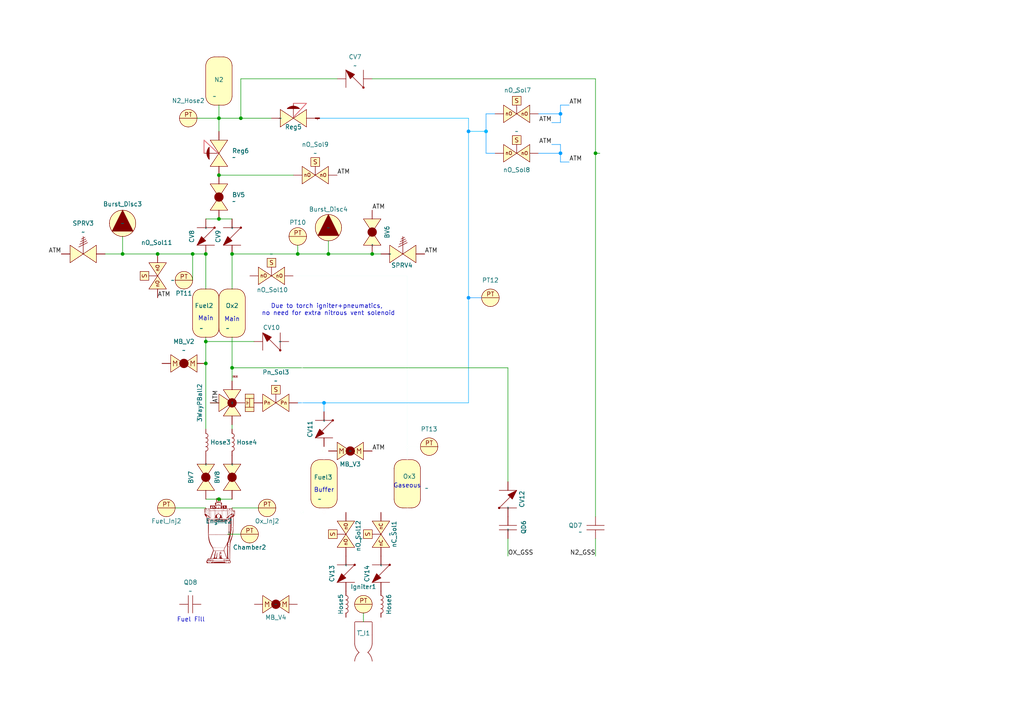
<source format=kicad_sch>
(kicad_sch (version 20250114) (generator "eeschema") (generator_version "9.0")
  (paper "A4")
  (lib_symbols
    (symbol "Analog_ADC:Torch_Igniter"
      (property "Reference" "T_I" (at -1.016 -0.254 0))
      (symbol "Torch_Igniter_1_1"
        (pin passive line (at -2.54 3.81 0) (length 0) (name "") (number ""))
        (pin passive line (at 2.54 3.81 180) (length 0) (name "") (number ""))
      )
    )
    (symbol "Ball_Valve_1"
      (property "Reference" "BV" (at 3.81 -4.318 0))
      (symbol "Ball_Valve_1_1_1"
        (pin passive line (at -2.54 0 0) (length 2.54) (name "") (number ""))
        (pin passive line (at 10.16 0 180) (length 2.54) (name "") (number ""))
      )
    )
    (symbol "Ball_Valve_2"
      (property "Reference" "BV" (at 3.81 -4.318 0))
      (symbol "Ball_Valve_2_1_1"
        (pin passive line (at -2.54 0 0) (length 2.54) (name "") (number ""))
        (pin passive line (at 10.16 0 180) (length 2.54) (name "") (number ""))
      )
    )
    (symbol "Ball_Valve_3"
      (property "Reference" "BV" (at 3.81 -4.318 0))
      (symbol "Ball_Valve_3_1_1"
        (pin passive line (at -2.54 0 0) (length 2.54) (name "") (number ""))
        (pin passive line (at 10.16 0 180) (length 2.54) (name "") (number ""))
      )
    )
    (symbol "Burst_Disc_1"
      (property "Reference" "Burst_Disc" (at 0 -5.334 0))
      (symbol "Burst_Disc_1_1_1"
        (pin passive line (at -3.81 0 0) (length 0) (name "") (number ""))
        (pin passive line (at 0 -3.81 90) (length 0) (name "") (number ""))
        (pin passive line (at 3.81 0 180) (length 0) (name "") (number ""))
      )
    )
    (symbol "Check_Valve_1"
      (property "Reference" "CV" (at 2.54 -4.064 0))
      (symbol "Check_Valve_1_1_1"
        (pin bidirectional line (at -2.54 0 0) (length 2.54) (name "") (number ""))
        (pin bidirectional line (at 7.62 0 180) (length 2.54) (name "") (number ""))
      )
    )
    (symbol "Check_Valve_2"
      (property "Reference" "CV" (at 2.54 -4.064 0))
      (symbol "Check_Valve_2_1_1"
        (pin bidirectional line (at -2.54 0 0) (length 2.54) (name "") (number ""))
        (pin bidirectional line (at 7.62 0 180) (length 2.54) (name "") (number ""))
      )
    )
    (symbol "Check_Valve_3"
      (property "Reference" "CV" (at 2.54 -4.064 0))
      (symbol "Check_Valve_3_1_1"
        (pin bidirectional line (at -2.54 0 0) (length 2.54) (name "") (number ""))
        (pin bidirectional line (at 7.62 0 180) (length 2.54) (name "") (number ""))
      )
    )
    (symbol "Check_Valve_4"
      (property "Reference" "CV" (at 2.54 -4.064 0))
      (symbol "Check_Valve_4_1_1"
        (pin bidirectional line (at -2.54 0 0) (length 2.54) (name "") (number ""))
        (pin bidirectional line (at 7.62 0 180) (length 2.54) (name "") (number ""))
      )
    )
    (symbol "Check_Valve_5"
      (property "Reference" "CV" (at 2.54 -4.064 0))
      (symbol "Check_Valve_5_1_1"
        (pin bidirectional line (at -2.54 0 0) (length 2.54) (name "") (number ""))
        (pin bidirectional line (at 7.62 0 180) (length 2.54) (name "") (number ""))
      )
    )
    (symbol "Check_Valve_6"
      (property "Reference" "CV" (at 2.54 -4.064 0))
      (symbol "Check_Valve_6_1_1"
        (pin bidirectional line (at -2.54 0 0) (length 2.54) (name "") (number ""))
        (pin bidirectional line (at 7.62 0 180) (length 2.54) (name "") (number ""))
      )
    )
    (symbol "Check_Valve_7"
      (property "Reference" "CV" (at 2.54 -4.064 0))
      (symbol "Check_Valve_7_1_1"
        (pin bidirectional line (at -2.54 0 0) (length 2.54) (name "") (number ""))
        (pin bidirectional line (at 7.62 0 180) (length 2.54) (name "") (number ""))
      )
    )
    (symbol "Device:Hose" (pin_numbers (hide yes)) (pin_names (offset 1.016) (hide yes))
      (property "Reference" "Hose" (at -1.27 0 90))
      (symbol "Hose_1_1"
        (pin passive line (at 0 3.81 270) (length 1.27) (name "1") (number "1"))
        (pin passive line (at 0 -3.81 90) (length 1.27) (name "2") (number "2"))
      )
    )
    (symbol "MBallValve_1"
      (property "Reference" "MB_V" (at 0 -3.81 0))
      (symbol "MBallValve_1_1_1"
        (pin passive line (at -6.35 0 0) (length 2.54) (name "") (number ""))
        (pin passive line (at 6.35 0 180) (length 2.54) (name "") (number ""))
      )
    )
    (symbol "MBallValve_2"
      (property "Reference" "MB_V" (at 0 -3.81 0))
      (symbol "MBallValve_2_1_1"
        (pin passive line (at -6.35 0 0) (length 2.54) (name "") (number ""))
        (pin passive line (at 6.35 0 180) (length 2.54) (name "") (number ""))
      )
    )
    (symbol "PID_symbols:3WayPmaticBall"
      (property "Reference" "3WayPBall" (at 0 -10.16 0))
      (symbol "3WayPmaticBall_1_1"
        (pin passive line (at -6.35 0 0) (length 2.54) (name "") (number ""))
        (pin passive line (at 0 6.35 180) (length 0) (name "") (number ""))
        (pin passive line (at 0 -6.35 90) (length 2.54) (name "") (number ""))
        (pin passive line (at 6.35 0 180) (length 2.54) (name "") (number ""))
      )
    )
    (symbol "PID_symbols:Ball_Valve"
      (property "Reference" "BV" (at 3.81 -4.318 0))
      (symbol "Ball_Valve_1_1"
        (pin passive line (at -2.54 0 0) (length 2.54) (name "") (number ""))
        (pin passive line (at 10.16 0 180) (length 2.54) (name "") (number ""))
      )
    )
    (symbol "PID_symbols:Burst_Disc"
      (property "Reference" "Burst_Disc" (at 0 -5.334 0))
      (symbol "Burst_Disc_1_1"
        (pin passive line (at -3.81 0 0) (length 0) (name "") (number ""))
        (pin passive line (at 0 -3.81 90) (length 0) (name "") (number ""))
        (pin passive line (at 3.81 0 180) (length 0) (name "") (number ""))
      )
    )
    (symbol "PID_symbols:Check_Valve"
      (property "Reference" "CV" (at 2.54 -4.064 0))
      (symbol "Check_Valve_1_1"
        (pin bidirectional line (at -2.54 0 0) (length 2.54) (name "") (number ""))
        (pin bidirectional line (at 7.62 0 180) (length 2.54) (name "") (number ""))
      )
    )
    (symbol "PID_symbols:Engine"
      (property "Reference" "Engine" (at 0 0 0))
      (symbol "Engine_1_1"
        (pin input line (at -3.81 3.81 0) (length 0) (name "") (number ""))
        (pin input line (at 0 6.35 0) (length 0) (name "") (number ""))
        (pin input line (at 3.81 3.81 0) (length 0) (name "") (number ""))
      )
    )
    (symbol "PID_symbols:MBallValve"
      (property "Reference" "MB_V" (at 0 -3.81 0))
      (symbol "MBallValve_1_1"
        (pin passive line (at -6.35 0 0) (length 2.54) (name "") (number ""))
        (pin passive line (at 6.35 0 180) (length 2.54) (name "") (number ""))
      )
    )
    (symbol "PID_symbols:Normally_Closed_Solenoid"
      (property "Reference" "nC_Sol" (at 0 -3.81 0))
      (symbol "Normally_Closed_Solenoid_1_1"
        (text "nC" (at -2.54 0 0) (effects (font (size 1 1))))
        (text "S\n" (at 0 3.81 0) (effects (font (size 1.27 1.27))))
        (text "nC" (at 2.286 0 0) (effects (font (size 1 1))))
        (pin passive line (at -6.35 0 0) (length 2.54) (name "") (number ""))
        (pin passive line (at 6.35 0 180) (length 2.54) (name "") (number ""))
      )
    )
    (symbol "PID_symbols:Pneumatic_Solenoid"
      (property "Reference" "Pn_Sol" (at 0 -3.81 0))
      (symbol "Pneumatic_Solenoid_1_1"
        (text "Pn" (at -2.54 0 0) (effects (font (size 1 1))))
        (text "S\n" (at 0 3.81 0) (effects (font (size 1.27 1.27))))
        (text "Pn" (at 2.286 0 0) (effects (font (size 1 1))))
        (pin passive line (at -6.35 0 0) (length 2.54) (name "") (number ""))
        (pin passive line (at 6.35 0 180) (length 2.54) (name "") (number ""))
      )
    )
    (symbol "PID_symbols:Pressure_Regulator"
      (property "Reference" "Reg" (at 3.81 -2.54 0))
      (symbol "Pressure_Regulator_1_1"
        (pin passive line (at -2.54 0 0) (length 2.54) (name "") (number ""))
        (pin passive line (at 10.16 0 180) (length 2.54) (name "") (number ""))
      )
    )
    (symbol "PID_symbols:Pressure_Transducer"
      (property "Reference" "PT" (at 0 -3.81 0))
      (symbol "Pressure_Transducer_1_1"
        (text "PT\n" (at 0 1.016 0) (effects (font (size 1.27 1.27))))
        (pin passive line (at -2.54 0 0) (length 0) (name "") (number ""))
        (pin passive line (at 0 -2.54 90) (length 0) (name "") (number ""))
        (pin passive line (at 2.54 0 180) (length 0) (name "") (number ""))
      )
    )
    (symbol "PID_symbols:Quick_Disconnect"
      (property "Reference" "QD" (at 0.762 -4.572 0))
      (symbol "Quick_Disconnect_1_1"
        (pin passive line (at -2.54 0 0) (length 2.54) (name "") (number ""))
        (pin passive line (at 3.81 0 180) (length 2.54) (name "") (number ""))
      )
    )
    (symbol "PID_symbols:SPRV"
      (property "Reference" "SPRV" (at 3.556 -3.302 0))
      (symbol "SPRV_1_1"
        (pin passive line (at -2.54 0 0) (length 2.54) (name "") (number ""))
        (pin passive line (at 10.16 0 180) (length 2.54) (name "") (number ""))
      )
    )
    (symbol "PID_symbols:Solenoid"
      (property "Reference" "nO_Sol" (at 3.81 -3.81 0))
      (symbol "Solenoid_1_1"
        (text "nO\n\n" (at 1.524 -0.762 0) (effects (font (size 1 1))))
        (text "S\n" (at 3.81 3.81 0) (effects (font (size 1.27 1.27))))
        (text "nO" (at 6.096 0 0) (effects (font (size 1 1))))
        (pin passive line (at -2.54 0 0) (length 2.54) (name "") (number ""))
        (pin passive line (at 10.16 0 180) (length 2.54) (name "") (number ""))
      )
    )
    (symbol "PID_symbols:Stop" (on_board no)
      (symbol "Stop_1_1"
        (unit_name "top")
        (pin input line (at -1.27 0 0) (length 0) (name "") (number ""))
        (pin output line (at 0 0 180) (length 0) (name "") (number ""))
      )
      (symbol "Stop_2_1"
        (unit_name "bottom")
        (pin input line (at -1.27 0 0) (length 0) (name "") (number ""))
        (pin output line (at 0 0 180) (length 0) (name "") (number ""))
      )
    )
    (symbol "PID_symbols:Tank"
      (property "Reference" "T" (at 6.35 5.08 0))
      (symbol "Tank_1_1"
        (pin passive line (at 1.27 11.43 270) (length 0) (name "") (number ""))
        (pin passive line (at 1.27 -2.54 90) (length 0) (name "") (number ""))
      )
    )
    (symbol "Pressure_Regulator_1"
      (property "Reference" "Reg" (at 3.81 -2.54 0))
      (symbol "Pressure_Regulator_1_1_1"
        (pin passive line (at -2.54 0 0) (length 2.54) (name "") (number ""))
        (pin passive line (at 10.16 0 180) (length 2.54) (name "") (number ""))
      )
    )
    (symbol "Pressure_Transducer_1"
      (property "Reference" "PT" (at 0 -3.81 0))
      (symbol "Pressure_Transducer_1_1_1"
        (text "PT\n" (at 0 1.016 0) (effects (font (size 1.27 1.27))))
        (pin passive line (at -2.54 0 0) (length 0) (name "") (number ""))
        (pin passive line (at 0 -2.54 90) (length 0) (name "") (number ""))
        (pin passive line (at 2.54 0 180) (length 0) (name "") (number ""))
      )
    )
    (symbol "Pressure_Transducer_2"
      (property "Reference" "PT" (at 0 -3.81 0))
      (symbol "Pressure_Transducer_2_1_1"
        (text "PT\n" (at 0 1.016 0) (effects (font (size 1.27 1.27))))
        (pin passive line (at -2.54 0 0) (length 0) (name "") (number ""))
        (pin passive line (at 0 -2.54 90) (length 0) (name "") (number ""))
        (pin passive line (at 2.54 0 180) (length 0) (name "") (number ""))
      )
    )
    (symbol "Pressure_Transducer_3"
      (property "Reference" "PT" (at 0 -3.81 0))
      (symbol "Pressure_Transducer_3_1_1"
        (text "PT\n" (at 0 1.016 0) (effects (font (size 1.27 1.27))))
        (pin passive line (at -2.54 0 0) (length 0) (name "") (number ""))
        (pin passive line (at 0 -2.54 90) (length 0) (name "") (number ""))
        (pin passive line (at 2.54 0 180) (length 0) (name "") (number ""))
      )
    )
    (symbol "Pressure_Transducer_4"
      (property "Reference" "PT" (at 0 -3.81 0))
      (symbol "Pressure_Transducer_4_1_1"
        (text "PT\n" (at 0 1.016 0) (effects (font (size 1.27 1.27))))
        (pin passive line (at -2.54 0 0) (length 0) (name "") (number ""))
        (pin passive line (at 0 -2.54 90) (length 0) (name "") (number ""))
        (pin passive line (at 2.54 0 180) (length 0) (name "") (number ""))
      )
    )
    (symbol "Pressure_Transducer_5"
      (property "Reference" "PT" (at 0 -3.81 0))
      (symbol "Pressure_Transducer_5_1_1"
        (text "PT\n" (at 0 1.016 0) (effects (font (size 1.27 1.27))))
        (pin passive line (at -2.54 0 0) (length 0) (name "") (number ""))
        (pin passive line (at 0 -2.54 90) (length 0) (name "") (number ""))
        (pin passive line (at 2.54 0 180) (length 0) (name "") (number ""))
      )
    )
    (symbol "Pressure_Transducer_6"
      (property "Reference" "PT" (at 0 -3.81 0))
      (symbol "Pressure_Transducer_6_1_1"
        (text "PT\n" (at 0 1.016 0) (effects (font (size 1.27 1.27))))
        (pin passive line (at -2.54 0 0) (length 0) (name "") (number ""))
        (pin passive line (at 0 -2.54 90) (length 0) (name "") (number ""))
        (pin passive line (at 2.54 0 180) (length 0) (name "") (number ""))
      )
    )
    (symbol "Pressure_Transducer_7"
      (property "Reference" "PT" (at 0 -3.81 0))
      (symbol "Pressure_Transducer_7_1_1"
        (text "PT\n" (at 0 1.016 0) (effects (font (size 1.27 1.27))))
        (pin passive line (at -2.54 0 0) (length 0) (name "") (number ""))
        (pin passive line (at 0 -2.54 90) (length 0) (name "") (number ""))
        (pin passive line (at 2.54 0 180) (length 0) (name "") (number ""))
      )
    )
    (symbol "Pressure_Transducer_8"
      (property "Reference" "PT" (at 0 -3.81 0))
      (symbol "Pressure_Transducer_8_1_1"
        (text "PT\n" (at 0 1.016 0) (effects (font (size 1.27 1.27))))
        (pin passive line (at -2.54 0 0) (length 0) (name "") (number ""))
        (pin passive line (at 0 -2.54 90) (length 0) (name "") (number ""))
        (pin passive line (at 2.54 0 180) (length 0) (name "") (number ""))
      )
    )
    (symbol "Quick_Disconnect_1"
      (property "Reference" "QD" (at 0.762 -4.572 0))
      (symbol "Quick_Disconnect_1_1_1"
        (pin passive line (at -2.54 0 0) (length 2.54) (name "") (number ""))
        (pin passive line (at 3.81 0 180) (length 2.54) (name "") (number ""))
      )
    )
    (symbol "Quick_Disconnect_2"
      (property "Reference" "QD" (at 0.762 -4.572 0))
      (symbol "Quick_Disconnect_2_1_1"
        (pin passive line (at -2.54 0 0) (length 2.54) (name "") (number ""))
        (pin passive line (at 3.81 0 180) (length 2.54) (name "") (number ""))
      )
    )
    (symbol "SPRV_1"
      (property "Reference" "SPRV" (at 3.556 -3.302 0))
      (symbol "SPRV_1_1_1"
        (pin passive line (at -2.54 0 0) (length 2.54) (name "") (number ""))
        (pin passive line (at 10.16 0 180) (length 2.54) (name "") (number ""))
      )
    )
    (symbol "Tank_1"
      (property "Reference" "T" (at 6.35 5.08 0))
      (symbol "Tank_1_1_1"
        (pin passive line (at 1.27 11.43 270) (length 0) (name "") (number ""))
        (pin passive line (at 1.27 -2.54 90) (length 0) (name "") (number ""))
      )
    )
    (symbol "Tank_2"
      (property "Reference" "T" (at 6.35 5.08 0))
      (symbol "Tank_2_1_1"
        (pin passive line (at 1.27 11.43 270) (length 0) (name "") (number ""))
        (pin passive line (at 1.27 -2.54 90) (length 0) (name "") (number ""))
      )
    )
    (symbol "Tank_3"
      (property "Reference" "T" (at 6.35 5.08 0))
      (symbol "Tank_3_1_1"
        (pin passive line (at 1.27 11.43 270) (length 0) (name "") (number ""))
        (pin passive line (at 1.27 -2.54 90) (length 0) (name "") (number ""))
      )
    )
    (symbol "Tank_4"
      (property "Reference" "T" (at 6.35 5.08 0))
      (symbol "Tank_4_1_1"
        (pin passive line (at 1.27 11.43 270) (length 0) (name "") (number ""))
        (pin passive line (at 1.27 -2.54 90) (length 0) (name "") (number ""))
      )
    )
  )
  (text "Gaseous" (at 118.11 140.97 0) (effects (font (size 1.27 1.27))))
  (text "Main" (at 59.69 92.456 0) (effects (font (size 1.27 1.27))))
  (text "Main" (at 67.31 92.71 0) (effects (font (size 1.27 1.27))))
  (text "Fuel Fill\n" (at 55.372 179.832 0) (effects (font (size 1.27 1.27))))
  (text "Buffer" (at 93.98 142.24 0) (effects (font (size 1.27 1.27))))
  (text "Due to torch igniter+pneumatics, \nno need for extra nitrous vent solenoid\n" (at 95.25 89.916 0) (effects (font (size 1.27 1.27))))
  (junction (at 135.89 38.1) (color 3 157 255 1))
  (junction (at 59.69 105.41))
  (junction (at 162.56 33.02) (color 0 152 255 1))
  (junction (at 69.85 34.29))
  (junction (at 63.5 144.78))
  (junction (at 55.88 73.66))
  (junction (at 162.56 44.45) (color 0 152 255 1))
  (junction (at 140.97 38.1) (color 0 176 255 1))
  (junction (at 118.11 129.54) (color 251 255 253 1))
  (junction (at 135.89 86.36) (color 12 151 255 1))
  (junction (at 67.31 106.68))
  (junction (at 35.56 73.66))
  (junction (at 93.98 148.59) (color 255 253 253 1))
  (junction (at 93.98 116.84) (color 2 159 255 1))
  (junction (at 93.98 130.81) (color 252 255 249 1))
  (junction (at 63.5 50.8))
  (junction (at 87.63 148.59) (color 251 255 253 1))
  (junction (at 63.5 34.29))
  (junction (at 59.69 99.06))
  (junction (at 63.5 63.5))
  (junction (at 59.69 73.66))
  (junction (at 86.36 73.66))
  (junction (at 172.72 44.45))
  (junction (at 67.31 73.66))
  (junction (at 45.72 73.66))
  (junction (at 107.95 73.66))
  (junction (at 95.25 73.66))
  (wire (pts (xy 69.85 34.29) (xy 78.74 34.29)))
  (wire (pts (xy 83.82 99.06) (xy 87.63 99.06)) (stroke (width 0) (color 255 255 255 1)))
  (wire (pts (xy 93.98 147.32) (xy 93.98 148.59)) (stroke (width 0) (color 255 255 255 1)))
  (wire (pts (xy 156.21 33.02) (xy 162.56 33.02)) (stroke (width 0) (color 0 152 255 1)))
  (wire (pts (xy 135.89 38.1) (xy 140.97 38.1)) (stroke (width 0) (color 0 187 255 1)))
  (wire (pts (xy 69.85 34.29) (xy 69.85 22.86)))
  (wire (pts (xy 93.98 116.84) (xy 135.89 116.84)) (stroke (width 0) (color 14 175 255 1)))
  (wire (pts (xy 59.69 99.06) (xy 59.69 105.41)))
  (wire (pts (xy 110.49 180.34) (xy 107.95 180.34)) (stroke (width 0) (color 255 253 253 1)))
  (wire (pts (xy 118.11 147.32) (xy 118.11 148.59)) (stroke (width 0) (color 255 253 253 1)))
  (wire (pts (xy 30.48 73.66) (xy 35.56 73.66)))
  (wire (pts (xy 162.56 41.91) (xy 160.02 41.91)) (stroke (width 0) (color 0 152 255 1)))
  (wire (pts (xy 67.31 144.78) (xy 63.5 144.78)))
  (wire (pts (xy 35.56 68.58) (xy 35.56 73.66)))
  (wire (pts (xy 135.89 86.36) (xy 135.89 116.84)) (stroke (width 0) (color 14 175 255 1)))
  (wire (pts (xy 59.69 144.78) (xy 63.5 144.78)))
  (wire (pts (xy 162.56 35.56) (xy 162.56 33.02)) (stroke (width 0) (color 0 152 255 1)))
  (wire (pts (xy 93.98 129.54) (xy 93.98 130.81)) (stroke (width 0) (color 255 255 255 1)))
  (wire (pts (xy 92.71 34.29) (xy 106.68 34.29)) (stroke (width 0) (color 14 175 255 1)))
  (wire (pts (xy 140.97 38.1) (xy 140.97 44.45)) (stroke (width 0) (color 2 153 255 1)))
  (wire (pts (xy 87.63 148.59) (xy 93.98 148.59)) (stroke (width 0) (color 255 255 255 1)))
  (wire (pts (xy 100.33 148.59) (xy 93.98 148.59)) (stroke (width 0) (color 255 255 255 1)))
  (wire (pts (xy 172.72 22.86) (xy 172.72 44.45)))
  (wire (pts (xy 107.95 22.86) (xy 172.72 22.86)))
  (wire (pts (xy 143.51 44.45) (xy 140.97 44.45)) (stroke (width 0) (color 2 153 255 1)))
  (wire (pts (xy 86.36 116.84) (xy 93.98 116.84)) (stroke (width 0) (color 0 163 255 1)))
  (wire (pts (xy 86.36 73.66) (xy 95.25 73.66)))
  (wire (pts (xy 67.31 73.66) (xy 86.36 73.66)))
  (wire (pts (xy 140.97 33.02) (xy 143.51 33.02)) (stroke (width 0) (color 2 153 255 1)))
  (wire (pts (xy 87.63 175.26) (xy 86.36 175.26)) (stroke (width 0) (color 255 255 255 1)))
  (wire (pts (xy 162.56 30.48) (xy 162.56 33.02)) (stroke (width 0) (color 0 152 255 1)))
  (wire (pts (xy 59.69 97.79) (xy 59.69 99.06)))
  (wire (pts (xy 86.36 71.12) (xy 86.36 73.66)))
  (wire (pts (xy 67.31 147.32) (xy 74.93 147.32)))
  (wire (pts (xy 63.5 116.84) (xy 60.96 116.84)))
  (wire (pts (xy 139.7 86.36) (xy 135.89 86.36)) (stroke (width 0) (color 12 151 255 1)))
  (wire (pts (xy 118.11 129.54) (xy 118.11 133.35)) (stroke (width 0) (color 245 255 253 1)))
  (wire (pts (xy 67.31 106.68) (xy 67.31 110.49)))
  (wire (pts (xy 63.5 34.29) (xy 63.5 38.1)))
  (wire (pts (xy 147.32 106.68) (xy 147.32 139.7)))
  (wire (pts (xy 59.69 63.5) (xy 63.5 63.5)))
  (wire (pts (xy 55.88 73.66) (xy 55.88 81.28)))
  (wire (pts (xy 55.88 73.66) (xy 59.69 73.66)))
  (wire (pts (xy 63.5 50.8) (xy 85.09 50.8)))
  (wire (pts (xy 67.31 106.68) (xy 147.32 106.68)))
  (wire (pts (xy 106.68 34.29) (xy 135.89 34.29)) (stroke (width 0) (color 0 187 255 1)))
  (wire (pts (xy 85.09 80.01) (xy 118.11 80.01)) (stroke (width 0) (color 245 255 253 1)))
  (wire (pts (xy 67.31 73.66) (xy 67.31 83.82)))
  (wire (pts (xy 172.72 44.45) (xy 173.99 44.45)))
  (wire (pts (xy 162.56 44.45) (xy 162.56 41.91)) (stroke (width 0) (color 0 152 255 1)))
  (wire (pts (xy 87.63 148.59) (xy 87.63 175.26)) (stroke (width 0) (color 255 255 255 1)))
  (wire (pts (xy 57.15 34.29) (xy 63.5 34.29)))
  (wire (pts (xy 67.31 97.79) (xy 67.31 106.68)))
  (wire (pts (xy 162.56 46.99) (xy 162.56 44.45)) (stroke (width 0) (color 0 152 255 1)))
  (wire (pts (xy 59.69 73.66) (xy 59.69 83.82)))
  (wire (pts (xy 73.66 175.26) (xy 58.42 175.26)) (stroke (width 0) (color 255 255 255 1)))
  (wire (pts (xy 66.04 154.94) (xy 69.85 154.94)))
  (wire (pts (xy 95.25 69.85) (xy 95.25 73.66)))
  (wire (pts (xy 135.89 38.1) (xy 135.89 86.36)) (stroke (width 0) (color 14 175 255 1)))
  (wire (pts (xy 93.98 116.84) (xy 93.98 119.38)) (stroke (width 0) (color 14 175 255 1)))
  (wire (pts (xy 63.5 34.29) (xy 63.5 30.48)))
  (wire (pts (xy 45.72 73.66) (xy 55.88 73.66)))
  (wire (pts (xy 63.5 34.29) (xy 69.85 34.29)))
  (wire (pts (xy 147.32 161.29) (xy 147.32 156.21)))
  (wire (pts (xy 69.85 22.86) (xy 97.79 22.86)))
  (wire (pts (xy 172.72 44.45) (xy 172.72 149.86)))
  (wire (pts (xy 172.72 161.29) (xy 172.72 156.21)))
  (wire (pts (xy 140.97 33.02) (xy 140.97 38.1)) (stroke (width 0) (color 2 153 255 1)))
  (wire (pts (xy 63.5 63.5) (xy 67.31 63.5)))
  (wire (pts (xy 118.11 129.54) (xy 121.92 129.54)) (stroke (width 0) (color 251 255 253 1)))
  (wire (pts (xy 59.69 99.06) (xy 73.66 99.06)))
  (wire (pts (xy 118.11 148.59) (xy 110.49 148.59)) (stroke (width 0) (color 255 253 253 1)))
  (wire (pts (xy 59.69 105.41) (xy 59.69 124.46)))
  (wire (pts (xy 93.98 130.81) (xy 93.98 133.35)) (stroke (width 0) (color 255 255 255 1)))
  (wire (pts (xy 118.11 80.01) (xy 118.11 129.54)) (stroke (width 0) (color 245 255 253 1)))
  (wire (pts (xy 162.56 46.99) (xy 165.1 46.99)) (stroke (width 0) (color 0 152 255 1)))
  (wire (pts (xy 107.95 73.66) (xy 110.49 73.66)))
  (wire (pts (xy 135.89 34.29) (xy 135.89 38.1)) (stroke (width 0) (color 14 175 255 1)))
  (wire (pts (xy 68.58 80.01) (xy 68.58 83.82)) (stroke (width 0) (color 252 255 253 1)))
  (wire (pts (xy 160.02 35.56) (xy 162.56 35.56)) (stroke (width 0) (color 0 152 255 1)))
  (wire (pts (xy 105.41 177.8) (xy 105.41 180.34)))
  (wire (pts (xy 50.8 147.32) (xy 59.69 147.32)))
  (wire (pts (xy 67.31 124.46) (xy 67.31 123.19)))
  (wire (pts (xy 68.58 80.01) (xy 72.39 80.01)) (stroke (width 0) (color 252 255 253 1)))
  (wire (pts (xy 35.56 73.66) (xy 45.72 73.66)))
  (wire (pts (xy 87.63 99.06) (xy 87.63 148.59)) (stroke (width 0) (color 255 255 255 1)))
  (wire (pts (xy 95.25 130.81) (xy 93.98 130.81)) (stroke (width 0) (color 255 255 255 1)))
  (wire (pts (xy 95.25 73.66) (xy 107.95 73.66)))
  (wire (pts (xy 110.49 180.34) (xy 110.49 179.07)) (stroke (width 0) (color 255 253 253 1)))
  (wire (pts (xy 162.56 30.48) (xy 165.1 30.48)) (stroke (width 0) (color 0 152 255 1)))
  (wire (pts (xy 156.21 44.45) (xy 162.56 44.45)) (stroke (width 0) (color 0 152 255 1)))
  (wire (pts (xy 100.33 179.07) (xy 100.33 180.34)) (stroke (width 0) (color 255 253 253 1)))
  (wire (pts (xy 100.33 180.34) (xy 102.87 180.34)) (stroke (width 0) (color 255 253 253 1)))
  (label "." (at 66.04 154.94 0))
  (label "OX_GSS" (at 147.32 161.29 0))
  (label "ATM" (at 107.95 60.96 0))
  (label "ATM" (at 107.95 130.81 0))
  (label "ATM" (at 160.02 41.91 180))
  (label "ATM" (at 160.02 35.56 180))
  (label "." (at 105.41 180.34 0) (effects (font (size 0.0254 0.0254))))
  (label "ATM" (at 165.1 30.48 0))
  (label "ATM" (at 63.5 116.84 90))
  (label "ATM" (at 45.72 86.36 0))
  (label "ATM" (at 165.1 46.99 0))
  (label "ATM" (at 123.19 73.66 0))
  (label "N2_GSS" (at 172.72 161.29 180))
  (label "ATM" (at 97.79 50.8 0))
  (label "." (at 68.58 83.82 0) (effects (font (size 0.0254 0.0254))))
  (label "ATM" (at 17.78 73.66 180))
  (global_label "M1-2" (shape input) (at 67.31 109.22 0) (effects (font (size 0.254 0.254))) (property "Intersheetrefs" "${INTERSHEET_REFS}" (effects (hide yes))))
  (symbol (lib_id "PID_symbols:Ball_Valve") (at 107.95 71.12 90) (unit 1)
    (property "Reference" "BV6" (at 112.268 67.31 0))
    (property "Value" "~" (at 107.95 71.12 0))
  )
  (symbol (lib_name "Check_Valve_1") (lib_id "PID_symbols:Check_Valve") (at 93.98 121.92 270) (unit 1)
    (property "Reference" "CV11" (at 89.916 124.46 0))
    (property "Value" "~" (at 93.98 121.92 0))
  )
  (symbol (lib_id "PID_symbols:SPRV") (at 113.03 73.66 0) (unit 1)
    (property "Reference" "SPRV4" (at 116.586 76.962 0))
    (property "Value" "~" (at 113.03 73.66 0))
  )
  (symbol (lib_id "PID_symbols:MBallValve") (at 80.01 175.26 0) (unit 1)
    (property "Reference" "MB_V4" (at 80.01 179.07 0))
    (property "Value" "~" (at 80.01 175.26 0))
  )
  (symbol (lib_name "Check_Valve_2") (lib_id "PID_symbols:Check_Valve") (at 110.49 163.83 270) (unit 1)
    (property "Reference" "CV14" (at 106.426 166.37 0))
    (property "Value" "~" (at 110.49 163.83 0))
  )
  (symbol (lib_id "PID_symbols:Pressure_Regulator") (at 81.28 34.29 0) (unit 1)
    (property "Reference" "Reg5" (at 85.09 36.83 0))
    (property "Value" "~" (at 81.28 34.29 0))
    (property "Description" "Pressure Regulator" (effects (hide yes)))
  )
  (symbol (lib_name "Ball_Valve_1") (lib_id "PID_symbols:Ball_Valve") (at 67.31 134.62 270) (unit 1)
    (property "Reference" "BV8" (at 62.992 138.43 0))
    (property "Value" "~" (at 67.31 134.62 0))
  )
  (symbol (lib_id "PID_symbols:Tank") (at 92.71 144.78 0) (unit 1)
    (property "Reference" "Fuel3" (at 93.726 138.43 0))
    (property "Value" "~" (at 92.71 144.78 0))
  )
  (symbol (lib_name "Tank_1") (lib_id "PID_symbols:Tank") (at 58.42 95.25 0) (unit 1)
    (property "Reference" "Fuel2" (at 59.182 88.646 0))
    (property "Value" "~" (at 58.42 95.25 0))
  )
  (symbol (lib_id "Device:Hose") (at 100.33 175.26 0) (unit 1)
    (property "Reference" "Hose5" (at 98.806 175.26 90))
  )
  (symbol (lib_id "PID_symbols:Quick_Disconnect") (at 54.61 175.26 0) (unit 1)
    (property "Reference" "QD8" (at 55.245 168.91 0))
    (property "Value" "~" (at 55.245 171.45 0))
  )
  (symbol (lib_name "Tank_2") (lib_id "PID_symbols:Tank") (at 116.84 144.78 0) (unit 1)
    (property "Reference" "Ox3" (at 116.84 138.176 0) (effects (justify left)))
    (property "Value" "~" (at 123.19 141.605 0) (effects (justify left)))
  )
  (symbol (lib_name "Check_Valve_3") (lib_id "PID_symbols:Check_Valve") (at 100.33 163.83 270) (unit 1)
    (property "Reference" "CV13" (at 96.266 166.37 0))
    (property "Value" "~" (at 100.33 163.83 0))
  )
  (symbol (lib_id "PID_symbols:Pressure_Transducer") (at 86.36 68.58 0) (unit 1)
    (property "Reference" "PT10" (at 86.36 64.516 0))
  )
  (symbol (lib_id "PID_symbols:Solenoid") (at 87.63 50.8 0) (unit 1)
    (property "Reference" "nO_Sol9" (at 91.44 41.91 0))
    (property "Value" "~" (at 91.44 44.45 0))
  )
  (symbol (lib_id "PID_symbols:Burst_Disc") (at 35.56 64.77 0) (unit 1)
    (property "Reference" "Burst_Disc3" (at 35.56 59.182 0))
    (property "Value" "~" (at 35.56 64.77 0))
  )
  (symbol (lib_id "PID_symbols:Pneumatic_Solenoid") (at 80.01 116.84 0) (unit 1)
    (property "Reference" "Pn_Sol3" (at 80.01 107.95 0))
    (property "Value" "~" (at 80.01 110.49 0))
  )
  (symbol (lib_name "Quick_Disconnect_1") (lib_id "PID_symbols:Quick_Disconnect") (at 147.32 153.67 90) (unit 1)
    (property "Reference" "QD6" (at 151.892 152.908 0))
    (property "Value" "~" (at 147.32 153.67 0))
  )
  (symbol (lib_id "PID_symbols:Solenoid") (at 74.93 80.01 0) (unit 1)
    (property "Reference" "nO_Sol10" (at 78.994 84.074 0))
    (property "Value" "~" (at 78.74 73.66 0))
  )
  (symbol (lib_id "PID_symbols:Normally_Closed_Solenoid") (at 110.49 154.94 90) (unit 1)
    (property "Reference" "nC_Sol1" (at 114.3 154.94 0))
    (property "Value" "~" (at 113.03 154.94 0))
  )
  (symbol (lib_id "PID_symbols:Stop") (at 91.44 34.29 180) (unit 1) (on_board no)
    (property "Reference" "Stop2" (effects (hide yes)))
  )
  (symbol (lib_name "Pressure_Transducer_1") (lib_id "PID_symbols:Pressure_Transducer") (at 142.24 86.36 0) (unit 1)
    (property "Reference" "PT12" (at 142.24 81.28 0))
  )
  (symbol (lib_name "Pressure_Transducer_2") (lib_id "PID_symbols:Pressure_Transducer") (at 72.39 154.94 0) (unit 1)
    (property "Reference" "Chamber2" (at 72.39 158.75 0))
  )
  (symbol (lib_name "Pressure_Transducer_3") (lib_id "PID_symbols:Pressure_Transducer") (at 124.46 129.54 0) (unit 1)
    (property "Reference" "PT13" (at 124.46 124.46 0))
  )
  (symbol (lib_name "Tank_3") (lib_id "PID_symbols:Tank") (at 66.04 95.25 0) (unit 1)
    (property "Reference" "Ox2" (at 67.31 88.646 0))
    (property "Value" "~" (at 66.04 95.25 0))
  )
  (symbol (lib_name "Quick_Disconnect_2") (lib_id "PID_symbols:Quick_Disconnect") (at 172.72 153.67 90) (unit 1)
    (property "Reference" "QD7" (at 168.91 152.3999 90) (effects (justify left)))
    (property "Value" "~" (at 168.91 154.305 90) (effects (justify left)))
  )
  (symbol (lib_name "Pressure_Transducer_4") (lib_id "PID_symbols:Pressure_Transducer") (at 105.41 175.26 0) (unit 1)
    (property "Reference" "Igniter1" (at 105.41 170.18 0))
  )
  (symbol (lib_name "Check_Valve_4") (lib_id "PID_symbols:Check_Valve") (at 67.31 66.04 270) (unit 1)
    (property "Reference" "CV9" (at 63.246 68.58 0))
    (property "Value" "~" (at 67.31 66.04 0))
  )
  (symbol (lib_id "PID_symbols:3WayPmaticBall") (at 67.31 116.84 270) (unit 1)
    (property "Reference" "3WayPBall2" (at 57.912 116.84 0))
    (property "Value" "~" (at 67.31 116.84 0))
  )
  (symbol (lib_name "Ball_Valve_2") (lib_id "PID_symbols:Ball_Valve") (at 59.69 134.62 270) (unit 1)
    (property "Reference" "BV7" (at 55.372 138.43 0))
    (property "Value" "~" (at 59.69 134.62 0))
  )
  (symbol (lib_id "PID_symbols:Solenoid") (at 146.05 33.02 0) (unit 1)
    (property "Reference" "nO_Sol7" (at 150.114 26.162 0))
    (property "Value" "~" (at 149.86 26.67 0))
  )
  (symbol (lib_name "Burst_Disc_1") (lib_id "PID_symbols:Burst_Disc") (at 95.25 66.04 0) (unit 1)
    (property "Reference" "Burst_Disc4" (at 95.25 60.706 0))
    (property "Value" "~" (at 95.25 66.04 0))
  )
  (symbol (lib_name "Pressure_Transducer_5") (lib_id "PID_symbols:Pressure_Transducer") (at 48.26 147.32 0) (unit 1)
    (property "Reference" "Fuel_Inj2" (at 48.26 151.13 0))
  )
  (symbol (lib_id "PID_symbols:Solenoid") (at 146.05 44.45 0) (unit 1)
    (property "Reference" "nO_Sol8" (at 149.86 49.276 0))
    (property "Value" "~" (at 149.86 38.1 0))
  )
  (symbol (lib_id "PID_symbols:Solenoid") (at 45.72 83.82 90) (unit 1)
    (property "Reference" "nO_Sol11" (at 40.894 70.358 90) (effects (justify right)))
    (property "Value" "~" (at 49.53 81.28 90) (effects (justify right)))
  )
  (symbol (lib_name "Check_Valve_5") (lib_id "PID_symbols:Check_Valve") (at 81.28 99.06 180) (unit 1)
    (property "Reference" "CV10" (at 78.74 94.996 0))
    (property "Value" "~" (at 81.28 99.06 0))
  )
  (symbol (lib_name "Pressure_Regulator_1") (lib_id "PID_symbols:Pressure_Regulator") (at 63.5 48.26 90) (unit 1)
    (property "Reference" "Reg6" (at 67.31 43.7524 90) (effects (justify right)))
    (property "Value" "~" (at 67.31 45.6575 90) (effects (justify right)))
    (property "Description" "Pressure Regulator" (effects (hide yes)))
  )
  (symbol (lib_id "Device:Hose") (at 67.31 128.27 0) (unit 1)
    (property "Reference" "Hose4" (at 68.58 128.2699 0) (effects (justify left)))
  )
  (symbol (lib_name "SPRV_1") (lib_id "PID_symbols:SPRV") (at 20.32 73.66 0) (unit 1)
    (property "Reference" "SPRV3" (at 24.13 64.77 0))
    (property "Value" "~" (at 24.13 67.31 0))
  )
  (symbol (lib_name "MBallValve_1") (lib_id "PID_symbols:MBallValve") (at 53.34 105.41 0) (unit 1)
    (property "Reference" "MB_V2" (at 53.34 99.06 0))
    (property "Value" "~" (at 53.34 101.6 0))
  )
  (symbol (lib_id "Device:Hose") (at 110.49 175.26 0) (unit 1)
    (property "Reference" "Hose6" (at 112.776 178.308 90) (effects (justify left)))
  )
  (symbol (lib_id "PID_symbols:Engine") (at 63.5 151.13 0) (unit 1)
    (property "Reference" "Engine2" (at 63.5 151.13 0))
    (property "Value" "~" (at 63.5 151.13 0))
  )
  (symbol (lib_name "Tank_4") (lib_id "PID_symbols:Tank") (at 62.23 27.94 0) (unit 1)
    (property "Reference" "N2" (at 63.5 23.114 0))
    (property "Value" "~" (at 62.23 27.94 0))
  )
  (symbol (lib_id "Device:Hose") (at 59.69 128.27 0) (unit 1)
    (property "Reference" "Hose3" (at 60.96 128.2699 0) (effects (justify left)))
  )
  (symbol (lib_name "MBallValve_2") (lib_id "PID_symbols:MBallValve") (at 101.6 130.81 0) (unit 1)
    (property "Reference" "MB_V3" (at 101.6 134.62 0))
    (property "Value" "~" (at 101.6 130.81 0))
  )
  (symbol (lib_id "PID_symbols:Solenoid") (at 100.33 158.75 90) (unit 1)
    (property "Reference" "nO_Sol12" (at 103.886 150.876 0) (effects (justify right)))
    (property "Value" "~" (at 104.14 156.21 90) (effects (justify right)))
  )
  (symbol (lib_name "Check_Valve_6") (lib_id "PID_symbols:Check_Valve") (at 59.69 66.04 270) (unit 1)
    (property "Reference" "CV8" (at 55.626 68.58 0))
    (property "Value" "~" (at 59.69 66.04 0))
  )
  (symbol (lib_name "Pressure_Transducer_6") (lib_id "PID_symbols:Pressure_Transducer") (at 54.61 34.29 0) (unit 1)
    (property "Reference" "N2_Hose2" (at 54.61 29.21 0))
  )
  (symbol (lib_name "Pressure_Transducer_7") (lib_id "PID_symbols:Pressure_Transducer") (at 53.34 81.28 0) (unit 1)
    (property "Reference" "PT11" (at 53.34 85.09 0))
  )
  (symbol (lib_id "PID_symbols:Check_Valve") (at 105.41 22.86 180) (unit 1)
    (property "Reference" "CV7" (at 102.997 16.51 0))
    (property "Value" "~" (at 102.997 19.05 0))
  )
  (symbol (lib_id "Analog_ADC:Torch_Igniter") (at 105.41 184.15 0) (unit 1)
    (property "Reference" "T_I1" (at 105.41 183.642 0))
    (property "Value" "~" (at 104.648 182.88 0))
  )
  (symbol (lib_name "Pressure_Transducer_8") (lib_id "PID_symbols:Pressure_Transducer") (at 77.47 147.32 0) (unit 1)
    (property "Reference" "Ox_Inj2" (at 77.47 151.13 0))
  )
  (symbol (lib_name "Ball_Valve_3") (lib_id "PID_symbols:Ball_Valve") (at 63.5 60.96 90) (unit 1)
    (property "Reference" "BV5" (at 67.31 56.5149 90) (effects (justify right)))
    (property "Value" "~" (at 67.31 58.42 90) (effects (justify right)))
  )
  (symbol (lib_name "Check_Valve_7") (lib_id "PID_symbols:Check_Valve") (at 147.32 147.32 90) (unit 1)
    (property "Reference" "CV12" (at 151.384 144.78 0))
    (property "Value" "~" (at 147.32 147.32 0))
  )
)
</source>
